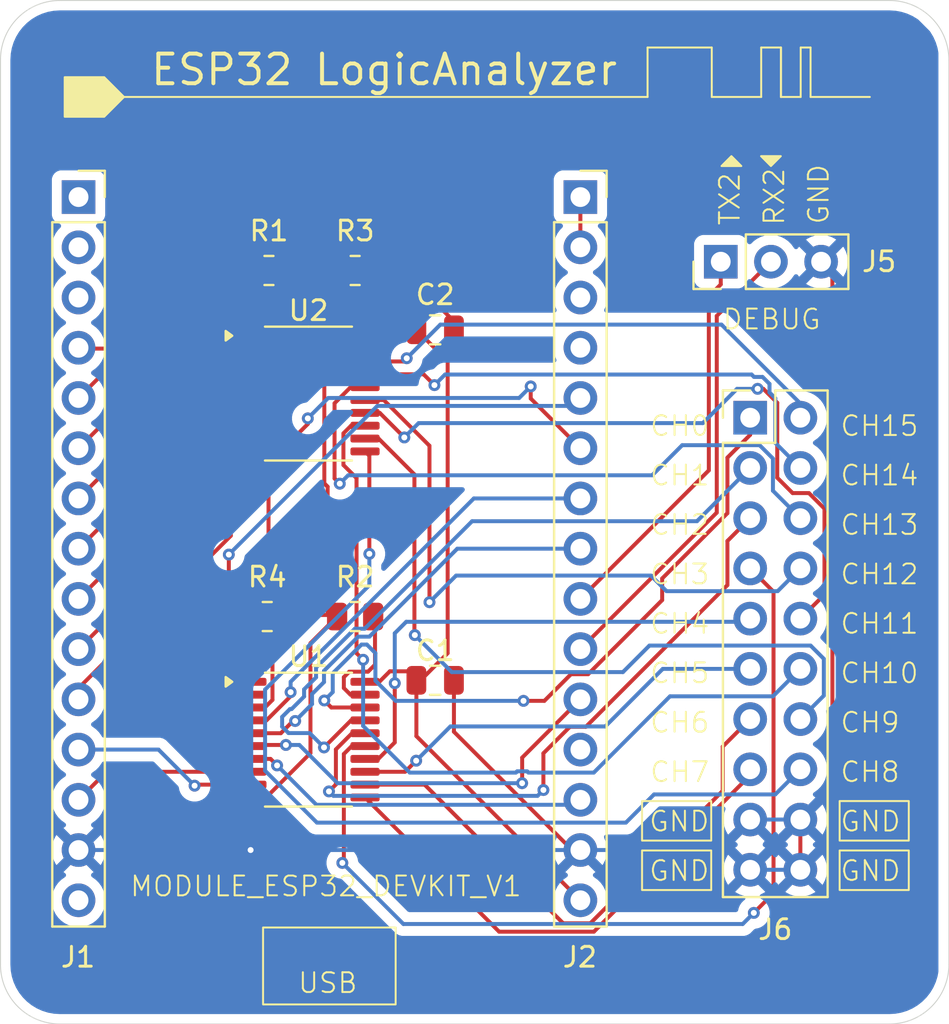
<source format=kicad_pcb>
(kicad_pcb (version 20241229) (generator "pcbnew") (generator_version "9.0")
  (layers (0 "F.Cu" signal) (2 "B.Cu" signal) (13 "F.Paste" user) (15 "B.Paste" user) (5 "F.SilkS" user "F.Silkscreen") (7 "B.SilkS" user "B.Silkscreen") (1 "F.Mask" user) (3 "B.Mask" user) (25 "Edge.Cuts" user))
  (net 0 "")
  (net 1 "+3.3V")
  (net 2 "GND")
  (net 3 "Net-(J1-Pin_8)")
  (net 4 "Net-(J1-Pin_13)")
  (net 6 "Net-(J1-Pin_7)")
  (net 7 "Net-(J1-Pin_9)")
  (net 8 "Net-(J1-Pin_12)")
  (net 9 "Net-(J1-Pin_5)")
  (net 11 "Net-(J1-Pin_10)")
  (net 12 "Net-(J1-Pin_11)")
  (net 13 "Net-(J1-Pin_4)")
  (net 14 "Net-(J1-Pin_6)")
  (net 17 "Net-(J2-Pin_7)")
  (net 19 "Net-(J2-Pin_13)")
  (net 20 "Net-(J2-Pin_6)")
  (net 21 "Net-(J2-Pin_1)")
  (net 23 "Net-(J2-Pin_5)")
  (net 24 "Net-(J2-Pin_11)")
  (net 26 "Net-(J2-Pin_8)")
  (net 27 "Net-(U2-DIR)")
  (net 28 "Net-(U1-~{OE})")
  (net 29 "Net-(U2-~{OE})")
  (net 30 "Net-(U1-DIR)")
  (net 31 "/CH0")
  (net 32 "/CH1")
  (net 33 "/CH6")
  (net 34 "/CH5")
  (net 35 "/CH2")
  (net 36 "/CH4")
  (net 37 "/CH3")
  (net 38 "/CH7")
  (net 39 "/ESP32_RX2")
  (net 40 "/ESP32_TX2")
  (net 41 "/CH12")
  (net 42 "/CH10")
  (net 43 "/CH15")
  (net 44 "/CH11")
  (net 45 "/CH13")
  (net 46 "/CH14")
  (net 47 "/CH9")
  (net 48 "/CH8")
  (footprint "Resistor_SMD:R_0805_2012Metric" (layer "F.Cu") (at 145.979 100.6698 180)
    (property "Reference" "R2")
    (property "Value" "10K")
  )
  (footprint "Connector_PinHeader_2.54mm:PinHeader_1x03_P2.54mm_Vertical" (layer "F.Cu") (at 164.483 82.7249 90)
    (property "Reference" "J5")
    (property "Value" "DEBUG" (hide yes))
  )
  (footprint "Resistor_SMD:R_0805_2012Metric" (layer "F.Cu") (at 141.529 100.6698 180)
    (property "Reference" "R4")
    (property "Value" "10K")
  )
  (footprint "Package_SO:TSSOP-20_4.4x6.5mm_P0.65mm" (layer "F.Cu") (at 143.6165 106.8948)
    (property "Reference" "U1")
    (property "Value" "SN74LVC245APW")
  )
  (footprint "Connector_PinSocket_2.54mm:PinSocket_1x15_P2.54mm_Vertical" (layer "F.Cu") (at 131.979 79.4576)
    (property "Reference" "J1")
    (property "Value" "Conn_01x15" (hide yes))
  )
  (footprint "Capacitor_SMD:C_0805_2012Metric" (layer "F.Cu") (at 150.029 103.8948 180)
    (property "Reference" "C1")
    (property "Value" "0.1uF")
  )
  (footprint "Resistor_SMD:R_0805_2012Metric" (layer "F.Cu") (at 141.6165 83.1698)
    (property "Reference" "R1")
    (property "Value" "10K")
  )
  (footprint "Package_SO:TSSOP-20_4.4x6.5mm_P0.65mm" (layer "F.Cu") (at 143.6165 89.3948)
    (property "Reference" "U2")
    (property "Value" "SN74LVC245APW")
  )
  (footprint "Resistor_SMD:R_0805_2012Metric" (layer "F.Cu") (at 145.979 83.1698)
    (property "Reference" "R3")
    (property "Value" "10K")
  )
  (footprint "Connector_PinHeader_2.54mm:PinHeader_2x10_P2.54mm_Vertical" (layer "F.Cu") (at 165.973 90.616)
    (property "Reference" "J6")
    (property "Value" "CHANNELS" (hide yes))
  )
  (footprint "Connector_PinSocket_2.54mm:PinSocket_1x15_P2.54mm_Vertical" (layer "F.Cu") (at 157.379 79.4576)
    (property "Reference" "J2")
    (property "Value" "Conn_01x15" (hide yes))
  )
  (footprint "Capacitor_SMD:C_0805_2012Metric" (layer "F.Cu") (at 150.029 86.1698 180)
    (property "Reference" "C2")
    (property "Value" "0.1uF")
  )
  (gr_line (start 134.279 74.3948) (end 160.779 74.3948) (stroke (width 0.1)) (layer "F.SilkS"))
  (gr_rect (start 170.5 110) (end 174 112) (stroke (width 0.1)) (fill no) (layer "F.SilkS"))
  (gr_line (start 167.529 71.8948) (end 167.529 74.3948) (stroke (width 0.1)) (layer "F.SilkS"))
  (gr_line (start 169.029 71.8948) (end 169.029 74.3948) (stroke (width 0.1)) (layer "F.SilkS"))
  (gr_rect (start 141.318 116.3948) (end 148.029 120.2848) (stroke (width 0.1)) (fill no) (layer "F.SilkS"))
  (gr_rect (start 170.5 112.5) (end 174 114.5) (stroke (width 0.1)) (fill no) (layer "F.SilkS"))
  (gr_poly (pts (xy 167.523 77.3874) (xy 166.523 77.3874) (xy 166.523 77.3874) (xy 167.023 77.8874) (xy 167.523 77.3874)) (stroke (width 0.1)) (fill yes) (layer "F.SilkS"))
  (gr_line (start 164.029 73.8948) (end 164.029 74.3948) (stroke (width 0.1)) (layer "F.SilkS"))
  (gr_line (start 160.779 74.3948) (end 160.779 71.8948) (stroke (width 0.1)) (layer "F.SilkS"))
  (gr_rect (start 160.5 112.5) (end 164 114.5) (stroke (width 0.1)) (fill no) (layer "F.SilkS"))
  (gr_rect (start 160.5 110) (end 164 112) (stroke (width 0.1)) (fill no) (layer "F.SilkS"))
  (gr_line (start 164.029 74.3948) (end 166.529 74.3948) (stroke (width 0.1)) (layer "F.SilkS"))
  (gr_line (start 160.779 71.8948) (end 164.029 71.8948) (stroke (width 0.1)) (layer "F.SilkS"))
  (gr_poly (pts (xy 164.523 77.8874) (xy 165.523 77.8874) (xy 165.523 77.8874) (xy 165.023 77.3874) (xy 164.523 77.8874)) (stroke (width 0.1)) (fill yes) (layer "F.SilkS"))
  (gr_line (start 164.029 71.8948) (end 164.029 73.8948) (stroke (width 0.1)) (layer "F.SilkS"))
  (gr_line (start 167.529 74.3948) (end 168.529 74.3948) (stroke (width 0.1)) (layer "F.SilkS"))
  (gr_line (start 166.529 71.8948) (end 167.529 71.8948) (stroke (width 0.1)) (layer "F.SilkS"))
  (gr_line (start 166.529 74.3948) (end 166.529 71.8948) (stroke (width 0.1)) (layer "F.SilkS"))
  (gr_line (start 168.529 71.8948) (end 169.029 71.8948) (stroke (width 0.1)) (layer "F.SilkS"))
  (gr_poly (pts (xy 131.279 73.3948) (xy 133.279 73.3948) (xy 134.279 74.3948) (xy 133.279 75.3948) (xy 131.279 75.3948)) (stroke (width 0.1)) (fill yes) (layer "F.SilkS"))
  (gr_line (start 167.529 74.3948) (end 167.529 71.8948) (stroke (width 0.1)) (layer "F.SilkS"))
  (gr_line (start 169.029 74.3948) (end 172.029 74.3948) (stroke (width 0.1)) (layer "F.SilkS"))
  (gr_line (start 168.529 74.3948) (end 168.529 71.8948) (stroke (width 0.1)) (layer "F.SilkS"))
  (gr_arc (start 173.029 69.51612) (mid 175.15032 70.3948) (end 176.029 72.51612) (stroke (width 0.05)) (layer "Edge.Cuts"))
  (gr_line (start 173.029 121.27348) (end 131.029 121.27348) (stroke (width 0.05)) (layer "Edge.Cuts"))
  (gr_arc (start 176.029 118.27348) (mid 175.15032 120.3948) (end 173.029 121.27348) (stroke (width 0.05)) (layer "Edge.Cuts"))
  (gr_arc (start 128.029 72.51612) (mid 128.90768 70.3948) (end 131.029 69.51612) (stroke (width 0.05)) (layer "Edge.Cuts"))
  (gr_line (start 128.029 118.27348) (end 128.029 72.51612) (stroke (width 0.05)) (layer "Edge.Cuts"))
  (gr_line (start 131.029 69.51612) (end 173.029 69.51612) (stroke (width 0.05)) (layer "Edge.Cuts"))
  (gr_arc (start 131.029 121.27348) (mid 128.90768 120.3948) (end 128.029 118.27348) (stroke (width 0.05)) (layer "Edge.Cuts"))
  (gr_line (start 176.029 72.51612) (end 176.029 118.2735) (stroke (width 0.05)) (layer "Edge.Cuts"))
  (gr_text "CH2" (at 163.973 96.616 0) (layer "F.SilkS") (effects (font (size 1 1) (thickness 0.1)) (justify right bottom)))
  (gr_text "DEBUG" (at 164.523 86.2249 0) (layer "F.SilkS") (effects (font (size 1 1) (thickness 0.1)) (justify left bottom)))
  (gr_text "CH4" (at 163.973 101.616 0) (layer "F.SilkS") (effects (font (size 1 1) (thickness 0.1)) (justify right bottom)))
  (gr_text "USB" (at 143.029 119.7848 0) (layer "F.SilkS") (effects (font (size 1 1) (thickness 0.1)) (justify left bottom)))
  (gr_text "CH3" (at 163.973 99.116 0) (layer "F.SilkS") (effects (font (size 1 1) (thickness 0.1)) (justify right bottom)))
  (gr_text "GND" (at 170.473 114.116 0) (layer "F.SilkS") (effects (font (size 1 1) (thickness 0.1)) (justify left bottom)))
  (gr_text "CH9" (at 170.473 106.616 0) (layer "F.SilkS") (effects (font (size 1 1) (thickness 0.1)) (justify left bottom)))
  (gr_text "GND" (at 163.973 114.116 0) (layer "F.SilkS") (effects (font (size 1 1) (thickness 0.1)) (justify right bottom)))
  (gr_text "CH6" (at 163.973 106.616 0) (layer "F.SilkS") (effects (font (size 1 1) (thickness 0.1)) (justify right bottom)))
  (gr_text "GND" (at 170.473 111.616 0) (layer "F.SilkS") (effects (font (size 1 1) (thickness 0.1)) (justify left bottom)))
  (gr_text "MODULE_ESP32_DEVKIT_V1" (at 134.529 114.8948 0) (layer "F.SilkS") (effects (font (size 1 1) (thickness 0.1)) (justify left bottom)))
  (gr_text "CH11" (at 170.473 101.616 0) (layer "F.SilkS") (effects (font (size 1 1) (thickness 0.1)) (justify left bottom)))
  (gr_text "CH10" (at 170.473 104.116 0) (layer "F.SilkS") (effects (font (size 1 1) (thickness 0.1)) (justify left bottom)))
  (gr_text "TX2" (at 165.523 80.9549 90) (layer "F.SilkS") (effects (font (size 1 1) (thickness 0.1)) (justify left bottom)))
  (gr_text "CH15" (at 170.473 91.616 0) (layer "F.SilkS") (effects (font (size 1 1) (thickness 0.1)) (justify left bottom)))
  (gr_text "CH0" (at 163.973 91.616 0) (layer "F.SilkS") (effects (font (size 1 1) (thickness 0.1)) (justify right bottom)))
  (gr_text "CH14" (at 170.473 94.116 0) (layer "F.SilkS") (effects (font (size 1 1) (thickness 0.1)) (justify left bottom)))
  (gr_text "CH5" (at 163.973 104.116 0) (layer "F.SilkS") (effects (font (size 1 1) (thickness 0.1)) (justify right bottom)))
  (gr_text "CH7" (at 163.973 109.116 0) (layer "F.SilkS") (effects (font (size 1 1) (thickness 0.1)) (justify right bottom)))
  (gr_text "CH1" (at 163.973 94.116 0) (layer "F.SilkS") (effects (font (size 1 1) (thickness 0.1)) (justify right bottom)))
  (gr_text "RX2" (at 167.773 80.9549 90) (layer "F.SilkS") (effects (font (size 1 1) (thickness 0.1)) (justify left bottom)))
  (gr_text "GND" (at 170.023 77.7249 90) (layer "F.SilkS") (effects (font (size 1 1) (thickness 0.1)) (justify right bottom)))
  (gr_text "CH12" (at 170.473 99.116 0) (layer "F.SilkS") (effects (font (size 1 1) (thickness 0.1)) (justify left bottom)))
  (gr_text "ESP32 LogicAnalyzer" (at 135.529 73.8948 0) (layer "F.SilkS") (effects (font (size 1.5 1.5) (thickness 0.2) (bold yes)) (justify left bottom)))
  (gr_text "CH8" (at 170.473 109.116 0) (layer "F.SilkS") (effects (font (size 1 1) (thickness 0.1)) (justify left bottom)))
  (gr_text "CH13" (at 170.473 96.616 0) (layer "F.SilkS") (effects (font (size 1 1) (thickness 0.1)) (justify left bottom)))
  (gr_text "GND" (at 163.973 111.616 0) (layer "F.SilkS") (effects (font (size 1 1) (thickness 0.1)) (justify right bottom)))
  (segment (start 149.079 103.8948) (end 149.2892 103.8948) (width 0.2) (layer "F.Cu") (net 1))
  (segment (start 148.6236 103.4394) (end 149.079 103.8948) (width 0.2) (layer "F.Cu") (net 1))
  (segment (start 146.479 86.4698) (end 146.779 86.1698) (width 0.2) (layer "F.Cu") (net 1))
  (segment (start 150.6607 102.5233) (end 150.6607 87.7515) (width 0.2) (layer "F.Cu") (net 1))
  (segment (start 157.379 115.0176) (end 149.079 106.7176) (width 0.2) (layer "F.Cu") (net 1))
  (segment (start 149.079 106.7176) (end 149.079 103.8948) (width 0.2) (layer "F.Cu") (net 1))
  (segment (start 147.735 103.4394) (end 148.6236 103.4394) (width 0.2) (layer "F.Cu") (net 1))
  (segment (start 149.2892 103.8948) (end 150.6607 102.5233) (width 0.2) (layer "F.Cu") (net 1))
  (segment (start 146.779 86.1698) (end 149.079 86.1698) (width 0.2) (layer "F.Cu") (net 1))
  (segment (start 150.6607 87.7515) (end 149.079 86.1698) (width 0.2) (layer "F.Cu") (net 1))
  (segment (start 147.2047 103.9698) (end 147.2047 103.9697) (width 0.2) (layer "F.Cu") (net 1))
  (segment (start 146.479 103.9698) (end 147.2047 103.9698) (width 0.2) (layer "F.Cu") (net 1))
  (segment (start 147.2047 103.9697) (end 147.735 103.4394) (width 0.2) (layer "F.Cu") (net 1))
  (segment (start 142.529 91.201) (end 141.4102 92.3198) (width 0.2) (layer "F.Cu") (net 2))
  (segment (start 168.513 110.936) (end 170.1346 109.3144) (width 0.2) (layer "F.Cu") (net 2))
  (segment (start 146.071 82.1653) (end 145.0665 83.1698) (width 0.2) (layer "F.Cu") (net 2))
  (segment (start 150.979 106.4957) (end 156.9609 112.4776) (width 0.2) (layer "F.Cu") (net 2))
  (segment (start 145.0665 100.6698) (end 143.7173 102.019) (width 0.2) (layer "F.Cu") (net 2))
  (segment (start 144.4198 83.8165) (end 144.4198 93.9388) (width 0.2) (layer "F.Cu") (net 2))
  (segment (start 141.4725 109.8198) (end 140.754 109.8198) (width 0.2) (layer "F.Cu") (net 2))
  (segment (start 144.9878 100.5911) (end 145.0665 100.6698) (width 0.2) (layer "F.Cu") (net 2))
  (segment (start 144.4198 93.9388) (end 144.5861 94.1051) (width 0.2) (layer "F.Cu") (net 2))
  (segment (start 150.979 103.8948) (end 150.979 106.4957) (width 0.2) (layer "F.Cu") (net 2))
  (segment (start 170.1346 109.3144) (end 170.1346 83.2965) (width 0.2) (layer "F.Cu") (net 2))
  (segment (start 156.9609 112.4776) (end 157.379 112.4776) (width 0.2) (layer "F.Cu") (net 2))
  (segment (start 150.979 85.7409) (end 147.4034 82.1653) (width 0.2) (layer "F.Cu") (net 2))
  (segment (start 168.513 113.476) (end 168.513 110.936) (width 0.2) (layer "F.Cu") (net 2))
  (segment (start 147.4034 82.1653) (end 146.071 82.1653) (width 0.2) (layer "F.Cu") (net 2))
  (segment (start 144.5861 100.5911) (end 144.9878 100.5911) (width 0.2) (layer "F.Cu") (net 2))
  (segment (start 142.4415 100.6698) (end 142.5202 100.5911) (width 0.2) (layer "F.Cu") (net 2))
  (segment (start 144.5861 94.1051) (end 144.5861 100.5911) (width 0.2) (layer "F.Cu") (net 2))
  (segment (start 140.754 112.4115) (end 140.754 109.8198) (width 0.2) (layer "F.Cu") (net 2))
  (segment (start 142.529 83.1698) (end 145.0665 83.1698) (width 0.2) (layer "F.Cu") (net 2))
  (segment (start 143.7173 107.575) (end 141.4725 109.8198) (width 0.2) (layer "F.Cu") (net 2))
  (segment (start 140.6879 112.4776) (end 140.754 112.4115) (width 0.2) (layer "F.Cu") (net 2))
  (segment (start 142.529 83.1698) (end 142.529 91.201) (width 0.2) (layer "F.Cu") (net 2))
  (segment (start 142.5202 100.5911) (end 144.5861 100.5911) (width 0.2) (layer "F.Cu") (net 2))
  (segment (start 150.979 86.1698) (end 150.979 85.7409) (width 0.2) (layer "F.Cu") (net 2))
  (segment (start 141.4102 92.3198) (end 140.754 92.3198) (width 0.2) (layer "F.Cu") (net 2))
  (segment (start 145.0665 83.1698) (end 144.4198 83.8165) (width 0.2) (layer "F.Cu") (net 2))
  (segment (start 144.4198 93.9388) (end 144.5861 94.1051) (width 0.2) (layer "F.Cu") (net 2))
  (segment (start 143.7173 102.019) (end 143.7173 107.575) (width 0.2) (layer "F.Cu") (net 2))
  (segment (start 170.1346 83.2965) (end 169.563 82.7249) (width 0.2) (layer "F.Cu") (net 2))
  (via (at 140.6879 112.4776) (size 0.6) (drill 0.3) (layers "F.Cu" "B.Cu") (net 2))
  (segment (start 168.513 113.476) (end 165.973 113.476) (width 0.2) (layer "B.Cu") (net 2))
  (segment (start 164.9746 112.4776) (end 165.973 113.476) (width 0.2) (layer "B.Cu") (net 2))
  (segment (start 131.979 112.4776) (end 140.6879 112.4776) (width 0.2) (layer "B.Cu") (net 2))
  (segment (start 157.379 112.4776) (end 164.9746 112.4776) (width 0.2) (layer "B.Cu") (net 2))
  (segment (start 140.6879 112.4776) (end 157.379 112.4776) (width 0.2) (layer "B.Cu") (net 2))
  (segment (start 165.973 110.936) (end 168.513 110.936) (width 0.2) (layer "B.Cu") (net 2))
  (segment (start 140.754 89.7198) (end 139.4968 89.7198) (width 0.2) (layer "F.Cu") (net 3))
  (segment (start 139.4968 89.7198) (end 131.979 97.2376) (width 0.2) (layer "F.Cu") (net 3))
  (segment (start 131.979 109.9376) (end 133.3968 108.5198) (width 0.2) (layer "F.Cu") (net 4))
  (segment (start 133.3968 108.5198) (end 140.754 108.5198) (width 0.2) (layer "F.Cu") (net 4))
  (segment (start 137.6068 89.0698) (end 140.754 89.0698) (width 0.2) (layer "F.Cu") (net 6))
  (segment (start 131.979 94.6976) (end 137.6068 89.0698) (width 0.2) (layer "F.Cu") (net 6))
  (segment (start 136.1271 95.6295) (end 131.979 99.7776) (width 0.2) (layer "F.Cu") (net 7))
  (segment (start 140.0858 90.3698) (end 136.1271 94.3285) (width 0.2) (layer "F.Cu") (net 7))
  (segment (start 136.1271 94.3285) (end 136.1271 95.6295) (width 0.2) (layer "F.Cu") (net 7))
  (segment (start 140.754 90.3698) (end 140.0858 90.3698) (width 0.2) (layer "F.Cu") (net 7))
  (segment (start 140.754 109.1698) (end 137.9062 109.1698) (width 0.2) (layer "F.Cu") (net 8))
  (segment (start 137.9062 109.1698) (end 137.8526 109.2234) (width 0.2) (layer "F.Cu") (net 8))
  (via (at 137.8526 109.2234) (size 0.6) (drill 0.3) (layers "F.Cu" "B.Cu") (net 8))
  (segment (start 136.0268 107.3976) (end 131.979 107.3976) (width 0.2) (layer "B.Cu") (net 8))
  (segment (start 137.8526 109.2234) (end 136.0268 107.3976) (width 0.2) (layer "B.Cu") (net 8))
  (segment (start 133.8268 87.7698) (end 140.754 87.7698) (width 0.2) (layer "F.Cu") (net 9))
  (segment (start 131.979 89.6176) (end 133.8268 87.7698) (width 0.2) (layer "F.Cu") (net 9))
  (segment (start 139.2839 95.0127) (end 131.979 102.3176) (width 0.2) (layer "F.Cu") (net 11))
  (segment (start 140.754 91.0198) (end 140.0978 91.0198) (width 0.2) (layer "F.Cu") (net 11))
  (segment (start 139.2839 91.8337) (end 139.2839 95.0127) (width 0.2) (layer "F.Cu") (net 11))
  (segment (start 140.0978 91.0198) (end 139.2839 91.8337) (width 0.2) (layer "F.Cu") (net 11))
  (segment (start 131.979 104.2918) (end 131.979 104.8576) (width 0.2) (layer "F.Cu") (net 12))
  (segment (start 140.0582 91.6698) (end 139.6857 92.0423) (width 0.2) (layer "F.Cu") (net 12))
  (segment (start 139.6857 96.5851) (end 131.979 104.2918) (width 0.2) (layer "F.Cu") (net 12))
  (segment (start 139.6857 92.0423) (end 139.6857 96.5851) (width 0.2) (layer "F.Cu") (net 12))
  (segment (start 140.754 91.6698) (end 140.0582 91.6698) (width 0.2) (layer "F.Cu") (net 12))
  (segment (start 140.754 87.1198) (end 132.0212 87.1198) (width 0.2) (layer "F.Cu") (net 13))
  (segment (start 132.0212 87.1198) (end 131.979 87.0776) (width 0.2) (layer "F.Cu") (net 13))
  (segment (start 131.979 92.1576) (end 135.7168 88.4198) (width 0.2) (layer "F.Cu") (net 14))
  (segment (start 135.7168 88.4198) (end 140.754 88.4198) (width 0.2) (layer "F.Cu") (net 14))
  (segment (start 141.4905 105.9198) (end 142.7126 104.6977) (width 0.2) (layer "F.Cu") (net 17))
  (segment (start 140.754 105.9198) (end 141.4905 105.9198) (width 0.2) (layer "F.Cu") (net 17))
  (segment (start 142.7126 104.6977) (end 142.7126 104.4946) (width 0.2) (layer "F.Cu") (net 17))
  (via (at 142.7126 104.4946) (size 0.6) (drill 0.3) (layers "F.Cu" "B.Cu") (net 17))
  (segment (start 142.7126 103.9703) (end 142.7126 104.4946) (width 0.2) (layer "B.Cu") (net 17))
  (segment (start 157.379 94.6976) (end 151.9853 94.6976) (width 0.2) (layer "B.Cu") (net 17))
  (segment (start 151.9853 94.6976) (end 142.7126 103.9703) (width 0.2) (layer "B.Cu") (net 17))
  (segment (start 140.754 107.8698) (end 141.6984 107.8698) (width 0.2) (layer "F.Cu") (net 19))
  (segment (start 141.6984 107.8698) (end 142.0276 108.199) (width 0.2) (layer "F.Cu") (net 19))
  (via (at 142.0276 108.199) (size 0.6) (drill 0.3) (layers "F.Cu" "B.Cu") (net 19))
  (segment (start 144.0173 110.1887) (end 157.1279 110.1887) (width 0.2) (layer "B.Cu") (net 19))
  (segment (start 142.0276 108.199) (end 144.0173 110.1887) (width 0.2) (layer "B.Cu") (net 19))
  (segment (start 157.1279 110.1887) (end 157.379 109.9376) (width 0.2) (layer "B.Cu") (net 19))
  (segment (start 140.754 105.2698) (end 141.4102 105.2698) (width 0.2) (layer "F.Cu") (net 20))
  (segment (start 143.5833 90.9312) (end 143.5833 90.6483) (width 0.2) (layer "F.Cu") (net 20))
  (segment (start 141.7948 102.1498) (end 141.5948 101.9498) (width 0.2) (layer "F.Cu") (net 20))
  (segment (start 143.5826 90.6483) (end 143.5833 90.6483) (width 0.2) (layer "F.Cu") (net 20))
  (segment (start 141.4102 105.2698) (end 141.7948 104.8852) (width 0.2) (layer "F.Cu") (net 20))
  (segment (start 154.8644 89.643) (end 154.8644 89.0332) (width 0.2) (layer "F.Cu") (net 20))
  (segment (start 141.5948 101.9498) (end 141.5948 92.9197) (width 0.2) (layer "F.Cu") (net 20))
  (segment (start 143.5833 90.6483) (end 143.5826 90.6483) (width 0.2) (layer "F.Cu") (net 20))
  (segment (start 141.7948 104.8852) (end 141.7948 102.1498) (width 0.2) (layer "F.Cu") (net 20))
  (segment (start 141.5948 92.9197) (end 143.5833 90.9312) (width 0.2) (layer "F.Cu") (net 20))
  (segment (start 157.379 92.1576) (end 154.8644 89.643) (width 0.2) (layer "F.Cu") (net 20))
  (via (at 143.5833 90.6483) (size 0.6) (drill 0.3) (layers "F.Cu" "B.Cu") (net 20))
  (via (at 154.8644 89.0332) (size 0.6) (drill 0.3) (layers "F.Cu" "B.Cu") (net 20))
  (segment (start 154.8644 89.0332) (end 154.2801 89.6175) (width 0.2) (layer "B.Cu") (net 20))
  (segment (start 144.6141 89.6175) (end 143.5833 90.6483) (width 0.2) (layer "B.Cu") (net 20))
  (segment (start 154.2801 89.6175) (end 144.6141 89.6175) (width 0.2) (layer "B.Cu") (net 20))
  (segment (start 143.5833 90.6483) (end 143.5826 90.6483) (width 0.2) (layer "B.Cu") (net 20))
  (segment (start 143.5826 90.6483) (end 143.5833 90.6483) (width 0.2) (layer "B.Cu") (net 20))
  (segment (start 157.379 79.4576) (end 157.379 81.9976) (width 0.2) (layer "F.Cu") (net 21))
  (segment (start 139.5851 97.5365) (end 139.5851 104.1531) (width 0.2) (layer "F.Cu") (net 23))
  (segment (start 140.0518 104.6198) (end 140.754 104.6198) (width 0.2) (layer "F.Cu") (net 23))
  (segment (start 139.5851 104.1531) (end 140.0518 104.6198) (width 0.2) (layer "F.Cu") (net 23))
  (via (at 139.5851 97.5365) (size 0.6) (drill 0.3) (layers "F.Cu" "B.Cu") (net 23))
  (segment (start 147.1023 90.0193) (end 156.9773 90.0193) (width 0.2) (layer "B.Cu") (net 23))
  (segment (start 156.9773 90.0193) (end 157.379 89.6176) (width 0.2) (layer "B.Cu") (net 23))
  (segment (start 139.5851 97.5365) (end 147.1023 90.0193) (width 0.2) (layer "B.Cu") (net 23))
  (segment (start 142.4742 107.1647) (end 140.8091 107.1647) (width 0.2) (layer "F.Cu") (net 24))
  (segment (start 140.8091 107.1647) (end 140.754 107.2198) (width 0.2) (layer "F.Cu") (net 24))
  (segment (start 154.4327 109.092928) (end 154.4327 107.8039) (width 0.2) (layer "F.Cu") (net 24))
  (segment (start 154.4327 107.8039) (end 157.379 104.8576) (width 0.2) (layer "F.Cu") (net 24))
  (segment (start 154.428728 109.0969) (end 154.4327 109.092928) (width 0.2) (layer "F.Cu") (net 24))
  (via (at 142.4742 107.1647) (size 0.6) (drill 0.3) (layers "F.Cu" "B.Cu") (net 24))
  (via (at 154.428728 109.0969) (size 0.6) (drill 0.3) (layers "F.Cu" "B.Cu") (net 24))
  (segment (start 145.0905 109.0986) (end 143.1566 107.1647) (width 0.2) (layer "B.Cu") (net 24))
  (segment (start 154.427028 109.0986) (end 145.0905 109.0986) (width 0.2) (layer "B.Cu") (net 24))
  (segment (start 154.428728 109.0969) (end 154.427028 109.0986) (width 0.2) (layer "B.Cu") (net 24))
  (segment (start 143.1566 107.1647) (end 142.4742 107.1647) (width 0.2) (layer "B.Cu") (net 24))
  (segment (start 142.2183 106.5698) (end 140.754 106.5698) (width 0.2) (layer "F.Cu") (net 26))
  (segment (start 142.8368 105.9513) (end 142.2183 106.5698) (width 0.2) (layer "F.Cu") (net 26))
  (segment (start 142.9426 105.9513) (end 142.8368 105.9513) (width 0.2) (layer "F.Cu") (net 26))
  (via (at 142.9426 105.9513) (size 0.6) (drill 0.3) (layers "F.Cu" "B.Cu") (net 26))
  (segment (start 146.1326 101.6863) (end 144.4018 103.4171) (width 0.2) (layer "B.Cu") (net 26))
  (segment (start 157.379 97.2376) (end 151.1493 97.2376) (width 0.2) (layer "B.Cu") (net 26))
  (segment (start 143.7963 105.0976) (end 142.9426 105.9513) (width 0.2) (layer "B.Cu") (net 26))
  (segment (start 144.4018 103.4171) (end 144.4018 103.9851) (width 0.2) (layer "B.Cu") (net 26))
  (segment (start 144.4018 103.9851) (end 143.7963 104.5906) (width 0.2) (layer "B.Cu") (net 26))
  (segment (start 143.7963 104.5906) (end 143.7963 105.0976) (width 0.2) (layer "B.Cu") (net 26))
  (segment (start 151.1493 97.2376) (end 146.7006 101.6863) (width 0.2) (layer "B.Cu") (net 26))
  (segment (start 146.7006 101.6863) (end 146.1326 101.6863) (width 0.2) (layer "B.Cu") (net 26))
  (segment (start 140.704 83.1698) (end 140.704 86.4198) (width 0.2) (layer "F.Cu") (net 27))
  (segment (start 140.704 86.4198) (end 140.754 86.4698) (width 0.2) (layer "F.Cu") (net 27))
  (segment (start 146.6315 103.4574) (end 146.984 103.1049) (width 0.2) (layer "F.Cu") (net 28))
  (segment (start 146.984 103.1049) (end 146.984 100.7623) (width 0.2) (layer "F.Cu") (net 28))
  (segment (start 146.984 100.7623) (end 146.8915 100.6698) (width 0.2) (layer "F.Cu") (net 28))
  (segment (start 145.4068 103.7357) (end 145.6851 103.4574) (width 0.2) (layer "F.Cu") (net 28))
  (segment (start 145.6851 103.4574) (end 146.6315 103.4574) (width 0.2) (layer "F.Cu") (net 28))
  (segment (start 145.4068 104.2867) (end 145.4068 103.7357) (width 0.2) (layer "F.Cu") (net 28))
  (segment (start 146.479 104.6198) (end 145.7399 104.6198) (width 0.2) (layer "F.Cu") (net 28))
  (segment (start 145.7399 104.6198) (end 145.4068 104.2867) (width 0.2) (layer "F.Cu") (net 28))
  (segment (start 145.8228 87.1198) (end 145.4029 86.6999) (width 0.2) (layer "F.Cu") (net 29))
  (segment (start 145.4029 86.6999) (end 145.4029 84.6584) (width 0.2) (layer "F.Cu") (net 29))
  (segment (start 146.479 87.1198) (end 145.8228 87.1198) (width 0.2) (layer "F.Cu") (net 29))
  (segment (start 145.4029 84.6584) (end 146.8915 83.1698) (width 0.2) (layer "F.Cu") (net 29))
  (segment (start 140.754 103.9698) (end 140.6165 103.8323) (width 0.2) (layer "F.Cu") (net 30))
  (segment (start 140.6165 103.8323) (end 140.6165 100.6698) (width 0.2) (layer "F.Cu") (net 30))
  (segment (start 161.5185 98.744) (end 164.8213 95.4412) (width 0.2) (layer "F.Cu") (net 31))
  (segment (start 154.5 104.9336) (end 155.5558 104.9336) (width 0.2) (layer "F.Cu") (net 31))
  (segment (start 146.479 105.2698) (end 144.7736 105.2698) (width 0.2) (layer "F.Cu") (net 31))
  (segment (start 144.7736 105.2698) (end 144.4186 104.9148) (width 0.2) (layer "F.Cu") (net 31))
  (segment (start 164.8213 92.6314) (end 165.973 91.4797) (width 0.2) (layer "F.Cu") (net 31))
  (segment (start 155.5558 104.9336) (end 156.9018 103.5876) (width 0.2) (layer "F.Cu") (net 31))
  (segment (start 165.973 91.4797) (end 165.973 90.616) (width 0.2) (layer "F.Cu") (net 31))
  (segment (start 156.9018 103.5876) (end 157.7691 103.5876) (width 0.2) (layer "F.Cu") (net 31))
  (segment (start 157.7691 103.5876) (end 161.5185 99.8382) (width 0.2) (layer "F.Cu") (net 31))
  (segment (start 164.8213 95.4412) (end 164.8213 92.6314) (width 0.2) (layer "F.Cu") (net 31))
  (segment (start 161.5185 99.8382) (end 161.5185 98.744) (width 0.2) (layer "F.Cu") (net 31))
  (via (at 144.4186 104.9148) (size 0.6) (drill 0.3) (layers "F.Cu" "B.Cu") (net 31))
  (via (at 154.5 104.9336) (size 0.6) (drill 0.3) (layers "F.Cu" "B.Cu") (net 31))
  (segment (start 147.0044 103.9124) (end 147.0044 102.5184) (width 0.2) (layer "B.Cu") (net 31))
  (segment (start 144.8448 103.5421) (end 144.8448 104.4886) (width 0.2) (layer "B.Cu") (net 31))
  (segment (start 146.2989 102.088) (end 144.8448 103.5421) (width 0.2) (layer "B.Cu") (net 31))
  (segment (start 144.8448 104.4886) (end 144.4186 104.9148) (width 0.2) (layer "B.Cu") (net 31))
  (segment (start 146.574 102.088) (end 146.2989 102.088) (width 0.2) (layer "B.Cu") (net 31))
  (segment (start 148.0256 104.9336) (end 147.0044 103.9124) (width 0.2) (layer "B.Cu") (net 31))
  (segment (start 154.5 104.9336) (end 148.0256 104.9336) (width 0.2) (layer "B.Cu") (net 31))
  (segment (start 147.0044 102.5184) (end 146.574 102.088) (width 0.2) (layer "B.Cu") (net 31))
  (segment (start 146.479 105.9198) (end 145.7725 105.9198) (width 0.2) (layer "F.Cu") (net 32))
  (segment (start 145.7725 105.9198) (end 144.4033 107.289) (width 0.2) (layer "F.Cu") (net 32))
  (via (at 144.4033 107.289) (size 0.6) (drill 0.3) (layers "F.Cu" "B.Cu") (net 32))
  (segment (start 142.6794 105.3495) (end 142.2836 105.7453) (width 0.2) (layer "B.Cu") (net 32))
  (segment (start 143.3946 104.3533) (end 143.3946 104.716) (width 0.2) (layer "B.Cu") (net 32))
  (segment (start 142.6068 106.563) (end 143.6773 106.563) (width 0.2) (layer "B.Cu") (net 32))
  (segment (start 151.8986 95.8493) (end 146.4633 101.2846) (width 0.2) (layer "B.Cu") (net 32))
  (segment (start 144.4709 102.78) (end 144.0001 103.2508) (width 0.2) (layer "B.Cu") (net 32))
  (segment (start 144.0001 103.7478) (end 143.3946 104.3533) (width 0.2) (layer "B.Cu") (net 32))
  (segment (start 143.6773 106.563) (end 144.4033 107.289) (width 0.2) (layer "B.Cu") (net 32))
  (segment (start 143.3946 104.716) (end 142.7611 105.3495) (width 0.2) (layer "B.Cu") (net 32))
  (segment (start 163.2797 95.8493) (end 151.8986 95.8493) (width 0.2) (layer "B.Cu") (net 32))
  (segment (start 142.2836 105.7453) (end 142.2836 106.2398) (width 0.2) (layer "B.Cu") (net 32))
  (segment (start 142.7611 105.3495) (end 142.6794 105.3495) (width 0.2) (layer "B.Cu") (net 32))
  (segment (start 146.4633 101.2846) (end 145.9663 101.2846) (width 0.2) (layer "B.Cu") (net 32))
  (segment (start 165.973 93.156) (end 163.2797 95.8493) (width 0.2) (layer "B.Cu") (net 32))
  (segment (start 142.2836 106.2398) (end 142.6068 106.563) (width 0.2) (layer "B.Cu") (net 32))
  (segment (start 145.9663 101.2846) (end 145.7309 101.52) (width 0.2) (layer "B.Cu") (net 32))
  (segment (start 144.0001 103.2508) (end 144.0001 103.7478) (width 0.2) (layer "B.Cu") (net 32))
  (segment (start 145.7309 101.52) (end 144.4709 102.78) (width 0.2) (layer "B.Cu") (net 32))
  (segment (start 156.5074 116.1823) (end 157.8835 116.1823) (width 0.2) (layer "F.Cu") (net 33))
  (segment (start 146.479 109.1698) (end 149.4949 109.1698) (width 0.2) (layer "F.Cu") (net 33))
  (segment (start 149.4949 109.1698) (end 156.5074 116.1823) (width 0.2) (layer "F.Cu") (net 33))
  (segment (start 164.5832 107.2458) (end 165.973 105.856) (width 0.2) (layer "F.Cu") (net 33))
  (segment (start 157.8835 116.1823) (end 164.5832 109.4826) (width 0.2) (layer "F.Cu") (net 33))
  (segment (start 164.5832 109.4826) (end 164.5832 107.2458) (width 0.2) (layer "F.Cu") (net 33))
  (segment (start 149.0674 107.9598) (end 148.5074 108.5198) (width 0.2) (layer "F.Cu") (net 34))
  (segment (start 148.5074 108.5198) (end 146.479 108.5198) (width 0.2) (layer "F.Cu") (net 34))
  (via (at 149.0674 107.9598) (size 0.6) (drill 0.3) (layers "F.Cu" "B.Cu") (net 34))
  (segment (start 158.6368 106.2275) (end 161.5483 103.316) (width 0.2) (layer "B.Cu") (net 34))
  (segment (start 149.0674 107.9598) (end 150.7997 106.2275) (width 0.2) (layer "B.Cu") (net 34))
  (segment (start 150.7997 106.2275) (end 158.6368 106.2275) (width 0.2) (layer "B.Cu") (net 34))
  (segment (start 161.5483 103.316) (end 165.973 103.316) (width 0.2) (layer "B.Cu") (net 34))
  (segment (start 157.6548 106.2459) (end 156.8459 106.2459) (width 0.2) (layer "F.Cu") (net 35))
  (segment (start 156.8459 106.2459) (end 155.5074 107.5844) (width 0.2) (layer "F.Cu") (net 35))
  (segment (start 164.8213 96.8477) (end 164.8213 99.0794) (width 0.2) (layer "F.Cu") (net 35))
  (segment (start 165.973 95.696) (end 164.8213 96.8477) (width 0.2) (layer "F.Cu") (net 35))
  (segment (start 145.8228 106.5698) (end 145.0051 107.3875) (width 0.2) (layer "F.Cu") (net 35))
  (segment (start 155.5074 107.5844) (end 155.5074 109.4421) (width 0.2) (layer "F.Cu") (net 35))
  (segment (start 145.0051 109.1615) (end 144.6538 109.5128) (width 0.2) (layer "F.Cu") (net 35))
  (segment (start 164.8213 99.0794) (end 157.6548 106.2459) (width 0.2) (layer "F.Cu") (net 35))
  (segment (start 146.479 106.5698) (end 145.8228 106.5698) (width 0.2) (layer "F.Cu") (net 35))
  (segment (start 145.0051 107.3875) (end 145.0051 109.1615) (width 0.2) (layer "F.Cu") (net 35))
  (via (at 155.5074 109.4421) (size 0.6) (drill 0.3) (layers "F.Cu" "B.Cu") (net 35))
  (via (at 144.6538 109.5128) (size 0.6) (drill 0.3) (layers "F.Cu" "B.Cu") (net 35))
  (segment (start 155.212 109.7375) (end 144.8785 109.7375) (width 0.2) (layer "B.Cu") (net 35))
  (segment (start 155.5074 109.4421) (end 155.212 109.7375) (width 0.2) (layer "B.Cu") (net 35))
  (segment (start 144.8785 109.7375) (end 144.6538 109.5128) (width 0.2) (layer "B.Cu") (net 35))
  (segment (start 147.1502 107.8698) (end 147.9841 107.0359) (width 0.2) (layer "F.Cu") (net 36))
  (segment (start 146.479 107.8698) (end 147.1502 107.8698) (width 0.2) (layer "F.Cu") (net 36))
  (segment (start 147.9841 104.4058) (end 147.9841 104.0411) (width 0.2) (layer "F.Cu") (net 36))
  (segment (start 147.9841 107.0359) (end 147.9841 104.4058) (width 0.2) (layer "F.Cu") (net 36))
  (via (at 147.9841 104.0411) (size 0.6) (drill 0.3) (layers "F.Cu" "B.Cu") (net 36))
  (segment (start 165.8143 100.9347) (end 148.5653 100.9347) (width 0.2) (layer "B.Cu") (net 36))
  (segment (start 148.5653 100.9347) (end 147.9841 101.5159) (width 0.2) (layer "B.Cu") (net 36))
  (segment (start 147.9841 101.5159) (end 147.9841 104.0411) (width 0.2) (layer "B.Cu") (net 36))
  (segment (start 165.973 100.776) (end 165.8143 100.9347) (width 0.2) (layer "B.Cu") (net 36))
  (segment (start 146.479 107.2198) (end 145.8075 107.2198) (width 0.2) (layer "F.Cu") (net 37))
  (segment (start 167.1538 114.6589) (end 167.1538 99.4168) (width 0.2) (layer "F.Cu") (net 37))
  (segment (start 145.4068 107.6205) (end 145.4068 113.052) (width 0.2) (layer "F.Cu") (net 37))
  (segment (start 167.1538 99.4168) (end 165.973 98.236) (width 0.2) (layer "F.Cu") (net 37))
  (segment (start 166.15635 115.65635) (end 167.1538 114.6589) (width 0.2) (layer "F.Cu") (net 37))
  (segment (start 145.8075 107.2198) (end 145.4068 107.6205) (width 0.2) (layer "F.Cu") (net 37))
  (segment (start 145.4068 113.052) (end 145.3303 113.1285) (width 0.2) (layer "F.Cu") (net 37))
  (via (at 145.3303 113.1285) (size 0.6) (drill 0.3) (layers "F.Cu" "B.Cu") (net 37))
  (via (at 166.15635 115.65635) (size 0.6) (drill 0.3) (layers "F.Cu" "B.Cu") (net 37))
  (segment (start 148.4203 116.2185) (end 145.3303 113.1285) (width 0.2) (layer "B.Cu") (net 37))
  (segment (start 165.5942 116.2185) (end 148.4203 116.2185) (width 0.2) (layer "B.Cu") (net 37))
  (segment (start 166.15635 115.65635) (end 165.5942 116.2185) (width 0.2) (layer "B.Cu") (net 37))
  (segment (start 146.479 109.8198) (end 153.266 116.6068) (width 0.2) (layer "F.Cu") (net 38))
  (segment (start 165.973 108.6961) (end 165.973 108.396) (width 0.2) (layer "F.Cu") (net 38))
  (segment (start 153.266 116.6068) (end 158.0623 116.6068) (width 0.2) (layer "F.Cu") (net 38))
  (segment (start 158.0623 116.6068) (end 165.973 108.6961) (width 0.2) (layer "F.Cu") (net 38))
  (segment (start 167.023 82.7249) (end 164.2813 85.4666) (width 0.2) (layer "F.Cu") (net 39))
  (segment (start 164.2813 85.4666) (end 164.2813 95.4131) (width 0.2) (layer "F.Cu") (net 39))
  (segment (start 157.379 102.3154) (end 157.379 102.3176) (width 0.2) (layer "F.Cu") (net 39))
  (segment (start 164.2813 95.4131) (end 157.379 102.3154) (width 0.2) (layer "F.Cu") (net 39))
  (segment (start 164.483 83.8766) (end 163.8796 84.48) (width 0.2) (layer "F.Cu") (net 40))
  (segment (start 164.483 82.7249) (end 164.483 83.8766) (width 0.2) (layer "F.Cu") (net 40))
  (segment (start 163.8796 84.48) (end 163.8796 93.277) (width 0.2) (layer "F.Cu") (net 40))
  (segment (start 163.8796 93.277) (end 157.379 99.7776) (width 0.2) (layer "F.Cu") (net 40))
  (segment (start 149.7408 92.0339) (end 149.7408 99.9453) (width 0.2) (layer "F.Cu") (net 41))
  (segment (start 147.4267 89.7198) (end 149.7408 92.0339) (width 0.2) (layer "F.Cu") (net 41))
  (segment (start 146.479 89.7198) (end 147.4267 89.7198) (width 0.2) (layer "F.Cu") (net 41))
  (via (at 149.7408 99.9453) (size 0.6) (drill 0.3) (layers "F.Cu" "B.Cu") (net 41))
  (segment (start 151.0879 98.5982) (end 149.7408 99.9453) (width 0.2) (layer "B.Cu") (net 41))
  (segment (start 160.9513 98.5982) (end 151.0879 98.5982) (width 0.2) (layer "B.Cu") (net 41))
  (segment (start 168.513 98.236) (end 167.3613 99.3877) (width 0.2) (layer "B.Cu") (net 41))
  (segment (start 167.3613 99.3877) (end 161.7408 99.3877) (width 0.2) (layer "B.Cu") (net 41))
  (segment (start 161.7408 99.3877) (end 160.9513 98.5982) (width 0.2) (layer "B.Cu") (net 41))
  (segment (start 146.049 102.5224) (end 146.049 93.6696) (width 0.2) (layer "F.Cu") (net 42))
  (segment (start 146.049 93.6696) (end 145.386 93.0066) (width 0.2) (layer "F.Cu") (net 42))
  (segment (start 145.386 93.0066) (end 145.386 91.4054) (width 0.2) (layer "F.Cu") (net 42))
  (segment (start 145.386 91.4054) (end 145.7716 91.0198) (width 0.2) (layer "F.Cu") (net 42))
  (segment (start 146.3823 102.8557) (end 146.049 102.5224) (width 0.2) (layer "F.Cu") (net 42))
  (segment (start 145.7716 91.0198) (end 146.479 91.0198) (width 0.2) (layer "F.Cu") (net 42))
  (via (at 146.3823 102.8557) (size 0.6) (drill 0.3) (layers "F.Cu" "B.Cu") (net 42))
  (segment (start 158.0577 108.5615) (end 154.7465 108.5615) (width 0.2) (layer "B.Cu") (net 42))
  (segment (start 154.681771 108.5) (end 154.677671 108.4959) (width 0.2) (layer "B.Cu") (net 42))
  (segment (start 154.685 108.5) (end 154.681771 108.5) (width 0.2) (layer "B.Cu") (net 42))
  (segment (start 154.677671 108.4959) (end 154.179785 108.4959) (width 0.2) (layer "B.Cu") (net 42))
  (segment (start 148.7435 108.5615) (end 146.3823 106.2003) (width 0.2) (layer "B.Cu") (net 42))
  (segment (start 154.179785 108.4959) (end 154.114185 108.5615) (width 0.2) (layer "B.Cu") (net 42))
  (segment (start 168.513 103.316) (end 167.1247 104.7043) (width 0.2) (layer "B.Cu") (net 42))
  (segment (start 146.3823 106.2003) (end 146.3823 102.8557) (width 0.2) (layer "B.Cu") (net 42))
  (segment (start 161.9149 104.7043) (end 158.0577 108.5615) (width 0.2) (layer "B.Cu") (net 42))
  (segment (start 154.7465 108.5615) (end 154.685 108.5) (width 0.2) (layer "B.Cu") (net 42))
  (segment (start 167.1247 104.7043) (end 161.9149 104.7043) (width 0.2) (layer "B.Cu") (net 42))
  (segment (start 154.114185 108.5615) (end 148.7435 108.5615) (width 0.2) (layer "B.Cu") (net 42))
  (segment (start 148.5895 87.6078) (end 148.4275 87.7698) (width 0.2) (layer "F.Cu") (net 43))
  (segment (start 148.4275 87.7698) (end 146.479 87.7698) (width 0.2) (layer "F.Cu") (net 43))
  (via (at 148.5895 87.6078) (size 0.6) (drill 0.3) (layers "F.Cu" "B.Cu") (net 43))
  (segment (start 150.2915 85.9058) (end 148.5895 87.6078) (width 0.2) (layer "B.Cu") (net 43))
  (segment (start 168.513 89.8999) (end 164.5189 85.9058) (width 0.2) (layer "B.Cu") (net 43))
  (segment (start 164.5189 85.9058) (end 150.2915 85.9058) (width 0.2) (layer "B.Cu") (net 43))
  (segment (start 168.513 90.616) (end 168.513 89.8999) (width 0.2) (layer "B.Cu") (net 43))
  (segment (start 167.343 93.6501) (end 168.1189 94.426) (width 0.2) (layer "F.Cu") (net 44))
  (segment (start 166.6393 89.1548) (end 167.343 89.8585) (width 0.2) (layer "F.Cu") (net 44))
  (segment (start 167.343 89.8585) (end 167.343 93.6501) (width 0.2) (layer "F.Cu") (net 44))
  (segment (start 168.9452 94.426) (end 169.7329 95.2137) (width 0.2) (layer "F.Cu") (net 44))
  (segment (start 148.4661 91.6133) (end 147.2226 90.3698) (width 0.2) (layer "F.Cu") (net 44))
  (segment (start 147.2226 90.3698) (end 146.479 90.3698) (width 0.2) (layer "F.Cu") (net 44))
  (segment (start 166.349 89.1548) (end 166.6393 89.1548) (width 0.2) (layer "F.Cu") (net 44))
  (segment (start 168.1189 94.426) (end 168.9452 94.426) (width 0.2) (layer "F.Cu") (net 44))
  (segment (start 148.4661 91.6133) (end 148.4677 91.6133) (width 0.2) (layer "F.Cu") (net 44))
  (segment (start 169.7329 99.5561) (end 168.513 100.776) (width 0.2) (layer "F.Cu") (net 44))
  (segment (start 169.7329 95.2137) (end 169.7329 99.5561) (width 0.2) (layer "F.Cu") (net 44))
  (via (at 148.4677 91.6133) (size 0.6) (drill 0.3) (layers "F.Cu" "B.Cu") (net 44))
  (via (at 166.349 89.1548) (size 0.6) (drill 0.3) (layers "F.Cu" "B.Cu") (net 44))
  (segment (start 148.4661 91.6133) (end 148.4677 91.6133) (width 0.2) (layer "B.Cu") (net 44))
  (segment (start 148.4661 91.6133) (end 149.1918 90.8876) (width 0.2) (layer "B.Cu") (net 44))
  (segment (start 149.1918 90.8876) (end 163.5747 90.8876) (width 0.2) (layer "B.Cu") (net 44))
  (segment (start 165.3075 89.1548) (end 166.349 89.1548) (width 0.2) (layer "B.Cu") (net 44))
  (segment (start 163.5747 90.8876) (end 165.3075 89.1548) (width 0.2) (layer "B.Cu") (net 44))
  (segment (start 144.9363 89.8835) (end 144.9363 93.6863) (width 0.2) (layer "F.Cu") (net 45))
  (segment (start 146.479 89.0698) (end 145.75 89.0698) (width 0.2) (layer "F.Cu") (net 45))
  (segment (start 144.9363 93.6863) (end 145.2012 93.9512) (width 0.2) (layer "F.Cu") (net 45))
  (segment (start 145.75 89.0698) (end 144.9363 89.8835) (width 0.2) (layer "F.Cu") (net 45))
  (via (at 145.2012 93.9512) (size 0.6) (drill 0.3) (layers "F.Cu" "B.Cu") (net 45))
  (segment (start 162.5323 92.0043) (end 161.0092 93.5274) (width 0.2) (layer "B.Cu") (net 45))
  (segment (start 166.4501 92.0043) (end 162.5323 92.0043) (width 0.2) (layer "B.Cu") (net 45))
  (segment (start 168.513 95.696) (end 167.1247 94.3077) (width 0.2) (layer "B.Cu") (net 45))
  (segment (start 145.625 93.5274) (end 145.2012 93.9512) (width 0.2) (layer "B.Cu") (net 45))
  (segment (start 167.1247 92.6789) (end 166.4501 92.0043) (width 0.2) (layer "B.Cu") (net 45))
  (segment (start 167.1247 94.3077) (end 167.1247 92.6789) (width 0.2) (layer "B.Cu") (net 45))
  (segment (start 161.0092 93.5274) (end 145.625 93.5274) (width 0.2) (layer "B.Cu") (net 45))
  (segment (start 149.9917 88.9673) (end 149.4442 88.4198) (width 0.2) (layer "F.Cu") (net 46))
  (segment (start 149.4442 88.4198) (end 146.479 88.4198) (width 0.2) (layer "F.Cu") (net 46))
  (via (at 149.9917 88.9673) (size 0.6) (drill 0.3) (layers "F.Cu" "B.Cu") (net 46))
  (segment (start 166.0457 88.4315) (end 150.5275 88.4315) (width 0.2) (layer "B.Cu") (net 46))
  (segment (start 167.243 91.886) (end 167.243 89.6288) (width 0.2) (layer "B.Cu") (net 46))
  (segment (start 166.9507 88.9056) (end 166.5982 88.5531) (width 0.2) (layer "B.Cu") (net 46))
  (segment (start 150.5275 88.4315) (end 149.9917 88.9673) (width 0.2) (layer "B.Cu") (net 46))
  (segment (start 166.9507 89.3365) (end 166.9507 88.9056) (width 0.2) (layer "B.Cu") (net 46))
  (segment (start 166.1673 88.5531) (end 166.0457 88.4315) (width 0.2) (layer "B.Cu") (net 46))
  (segment (start 166.5982 88.5531) (end 166.1673 88.5531) (width 0.2) (layer "B.Cu") (net 46))
  (segment (start 168.513 93.156) (end 167.243 91.886) (width 0.2) (layer "B.Cu") (net 46))
  (segment (start 167.243 89.6288) (end 166.9507 89.3365) (width 0.2) (layer "B.Cu") (net 46))
  (segment (start 149 101.6081) (end 148.979 101.5871) (width 0.2) (layer "F.Cu") (net 47))
  (segment (start 148.979 93.4851) (end 147.1637 91.6698) (width 0.2) (layer "F.Cu") (net 47))
  (segment (start 148.979 101.5871) (end 148.979 93.4851) (width 0.2) (layer "F.Cu") (net 47))
  (segment (start 147.1637 91.6698) (end 146.479 91.6698) (width 0.2) (layer "F.Cu") (net 47))
  (via (at 149 101.6081) (size 0.6) (drill 0.3) (layers "F.Cu" "B.Cu") (net 47))
  (segment (start 169.0301 102.1382) (end 169.6995 102.8076) (width 0.2) (layer "B.Cu") (net 47))
  (segment (start 169.6995 104.6695) (end 168.513 105.856) (width 0.2) (layer "B.Cu") (net 47))
  (segment (start 159.5322 103.4788) (end 160.8728 102.1382) (width 0.2) (layer "B.Cu") (net 47))
  (segment (start 169.6995 102.8076) (end 169.6995 104.6695) (width 0.2) (layer "B.Cu") (net 47))
  (segment (start 160.8728 102.1382) (end 169.0301 102.1382) (width 0.2) (layer "B.Cu") (net 47))
  (segment (start 150.8707 103.4788) (end 159.5322 103.4788) (width 0.2) (layer "B.Cu") (net 47))
  (segment (start 149 101.6081) (end 150.8707 103.4788) (width 0.2) (layer "B.Cu") (net 47))
  (segment (start 146.6982 92.539) (end 146.479 92.3198) (width 0.2) (layer "F.Cu") (net 48))
  (segment (start 146.6982 97.5) (end 146.6982 92.539) (width 0.2) (layer "F.Cu") (net 48))
  (via (at 146.6982 97.5) (size 0.6) (drill 0.3) (layers "F.Cu" "B.Cu") (net 48))
  (segment (start 141.4198 104.3633) (end 141.4198 108.4657) (width 0.2) (layer "B.Cu") (net 48))
  (segment (start 167.243 109.666) (end 168.513 108.396) (width 0.2) (layer "B.Cu") (net 48))
  (segment (start 161.107 109.666) (end 167.243 109.666) (width 0.2) (layer "B.Cu") (net 48))
  (segment (start 146.6982 99.0849) (end 141.4198 104.3633) (width 0.2) (layer "B.Cu") (net 48))
  (segment (start 146.6982 97.5) (end 146.6982 99.0849) (width 0.2) (layer "B.Cu") (net 48))
  (segment (start 144.0456 111.0915) (end 159.6815 111.0915) (width 0.2) (layer "B.Cu") (net 48))
  (segment (start 141.4198 108.4657) (end 144.0456 111.0915) (width 0.2) (layer "B.Cu") (net 48))
  (segment (start 159.6815 111.0915) (end 161.107 109.666) (width 0.2) (layer "B.Cu") (net 48))
  (zone (net 2) (net_name "GND") (layer "B.Cu") (connect_pads (clearance 0.5)) (min_thickness 0.25) (fill yes (thermal_gap 0.5) (thermal_bridge_width 0.5))
    (polygon (pts (xy 130 70) (xy 174 70) (xy 175.5 71.5) (xy 175.5 119.5) (xy 174 121) (xy 130 121) (xy 128.5 119.5) (xy 128.5 71.5)))
  )
)
</source>
